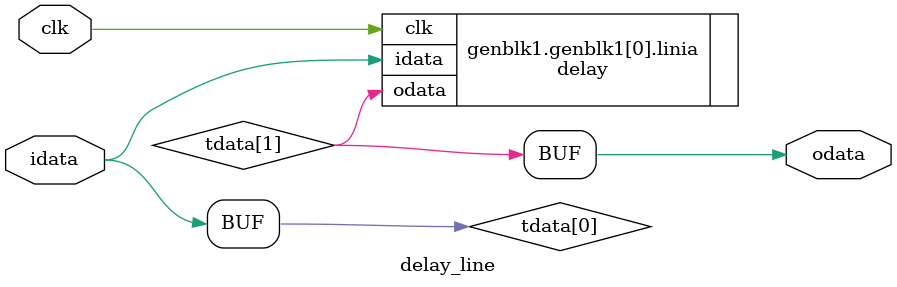
<source format=sv>
`timescale 1ns / 1ps
`default_nettype none


module delay_line #(
    
    parameter N = 1,
    parameter DELAY = 1
)
(
    input wire          clk,
    input wire [N-1:0] idata,
    output wire [N-1:0] odata
    );

genvar i;
wire [N-1:0] tdata [DELAY:0];
assign tdata[0] = idata;

generate
    if(DELAY > 0)
    begin
        for(i=0; i < DELAY; i=i+1)
        begin
            delay #(
                .N(N)
            )
            linia
            (
                .clk(clk),
                .idata(tdata[i]),
                .odata(tdata[i+1])
            );
        end
     end 
endgenerate

assign odata = tdata[DELAY];
endmodule
</source>
